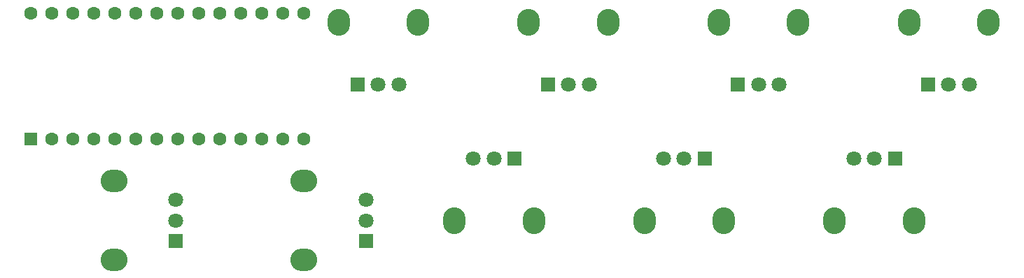
<source format=gbr>
%TF.GenerationSoftware,KiCad,Pcbnew,(5.1.10)-1*%
%TF.CreationDate,2021-09-01T00:13:49+09:00*%
%TF.ProjectId,bleachedplusplus,626c6561-6368-4656-9470-6c7573706c75,rev?*%
%TF.SameCoordinates,Original*%
%TF.FileFunction,Soldermask,Top*%
%TF.FilePolarity,Negative*%
%FSLAX46Y46*%
G04 Gerber Fmt 4.6, Leading zero omitted, Abs format (unit mm)*
G04 Created by KiCad (PCBNEW (5.1.10)-1) date 2021-09-01 00:13:49*
%MOMM*%
%LPD*%
G01*
G04 APERTURE LIST*
%ADD10R,1.600000X1.600000*%
%ADD11C,1.600000*%
%ADD12R,1.800000X1.800000*%
%ADD13C,1.800000*%
%ADD14O,3.240000X2.720000*%
%ADD15O,2.720000X3.240000*%
G04 APERTURE END LIST*
D10*
%TO.C,U1*%
X62490000Y-98620000D03*
D11*
X65030000Y-98620000D03*
X67570000Y-98620000D03*
X70110000Y-98620000D03*
X72650000Y-98620000D03*
X75190000Y-98620000D03*
X77730000Y-98620000D03*
X80270000Y-98620000D03*
X82810000Y-98620000D03*
X85350000Y-98620000D03*
X87890000Y-98620000D03*
X90430000Y-98620000D03*
X92970000Y-98620000D03*
X62490000Y-83380000D03*
X65030000Y-83380000D03*
X67570000Y-83380000D03*
X70110000Y-83380000D03*
X72650000Y-83380000D03*
X75190000Y-83380000D03*
X77730000Y-83380000D03*
X80270000Y-83380000D03*
X82810000Y-83380000D03*
X85350000Y-83380000D03*
X87890000Y-83380000D03*
X90430000Y-83380000D03*
X92970000Y-83380000D03*
X95510000Y-98620000D03*
X95510000Y-83380000D03*
%TD*%
D12*
%TO.C,RV9*%
X80000000Y-111000000D03*
D13*
X80000000Y-108500000D03*
X80000000Y-106000000D03*
D14*
X72500000Y-103700000D03*
X72500000Y-113300000D03*
%TD*%
D12*
%TO.C,RV8*%
X103000000Y-111000000D03*
D13*
X103000000Y-108500000D03*
X103000000Y-106000000D03*
D14*
X95500000Y-103700000D03*
X95500000Y-113300000D03*
%TD*%
D12*
%TO.C,RV7*%
X121000000Y-101000000D03*
D13*
X118500000Y-101000000D03*
X116000000Y-101000000D03*
D15*
X113700000Y-108500000D03*
X123300000Y-108500000D03*
%TD*%
D12*
%TO.C,RV6*%
X144000000Y-101000000D03*
D13*
X141500000Y-101000000D03*
X139000000Y-101000000D03*
D15*
X136700000Y-108500000D03*
X146300000Y-108500000D03*
%TD*%
D12*
%TO.C,RV5*%
X167000000Y-101000000D03*
D13*
X164500000Y-101000000D03*
X162000000Y-101000000D03*
D15*
X159700000Y-108500000D03*
X169300000Y-108500000D03*
%TD*%
D12*
%TO.C,RV4*%
X171000000Y-92000000D03*
D13*
X173500000Y-92000000D03*
X176000000Y-92000000D03*
D15*
X178300000Y-84500000D03*
X168700000Y-84500000D03*
%TD*%
D12*
%TO.C,RV3*%
X148000000Y-92000000D03*
D13*
X150500000Y-92000000D03*
X153000000Y-92000000D03*
D15*
X155300000Y-84500000D03*
X145700000Y-84500000D03*
%TD*%
D12*
%TO.C,RV2*%
X125000000Y-92000000D03*
D13*
X127500000Y-92000000D03*
X130000000Y-92000000D03*
D15*
X132300000Y-84500000D03*
X122700000Y-84500000D03*
%TD*%
D12*
%TO.C,RV1*%
X102000000Y-92000000D03*
D13*
X104500000Y-92000000D03*
X107000000Y-92000000D03*
D15*
X109300000Y-84500000D03*
X99700000Y-84500000D03*
%TD*%
M02*

</source>
